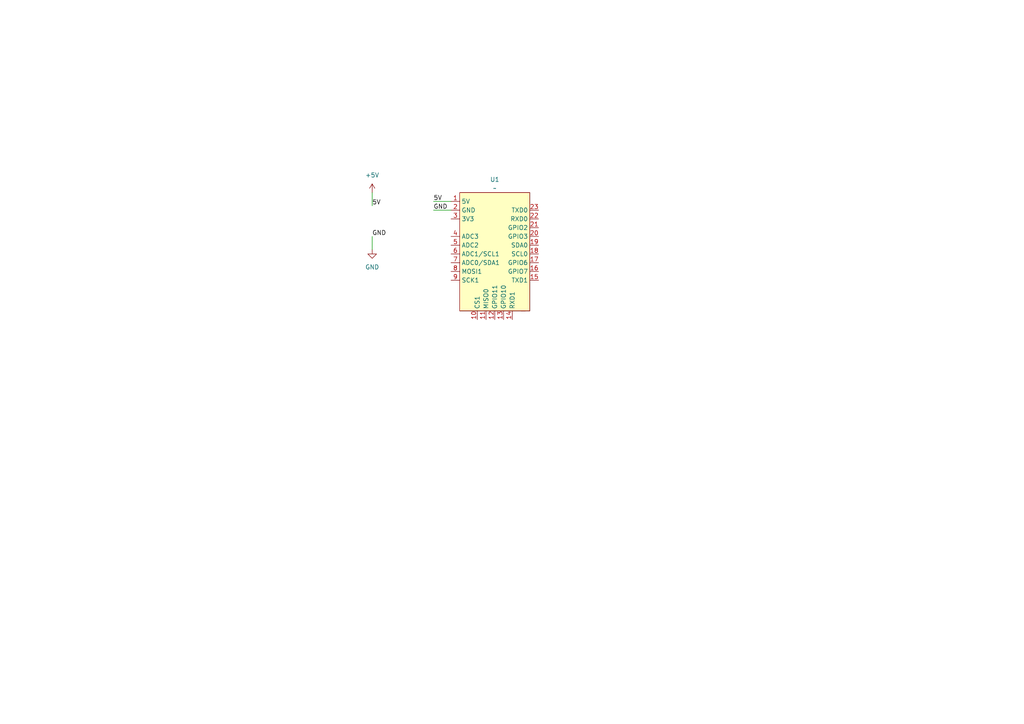
<source format=kicad_sch>
(kicad_sch (version 20231120) (generator "eeschema") (generator_version "8.0")
  (paper "A4")
  (lib_symbols
    (symbol "Alexander Symbol Library:rp2040w-zero"
      (property "Reference" "U" (at 0 0 0))
      (symbol "rp2040w-zero_0_1"
        (rectangle (start -10.16 44.45) (end 10.16 10.16) (fill (type background)))
        (polyline (pts (xy -10.16 44.45) (xy 10.16 44.45)))
        (polyline (pts (xy -10.16 44.45) (xy -10.16 10.16) (xy 8.89 10.16)))
        (polyline (pts (xy 10.16 44.45) (xy 10.16 10.16) (xy 7.62 10.16)))
      )
      (symbol "rp2040w-zero_1_1"
        (pin power_in line (at -12.7 41.91 0) (length 2.54) (name "5V") (number "1"))
        (pin input line (at -5.08 7.62 90) (length 2.54) (name "CS1") (number "10"))
        (pin input line (at -2.54 7.62 90) (length 2.54) (name "MISO0") (number "11"))
        (pin input line (at 0 7.62 90) (length 2.54) (name "GPIO11") (number "12"))
        (pin input line (at 2.54 7.62 90) (length 2.54) (name "GPIO10") (number "13"))
        (pin input line (at 5.08 7.62 90) (length 2.54) (name "RXD1") (number "14"))
        (pin input line (at 12.7 19.05 180) (length 2.54) (name "TXD1") (number "15"))
        (pin input line (at 12.7 21.59 180) (length 2.54) (name "GPIO7") (number "16"))
        (pin input line (at 12.7 24.13 180) (length 2.54) (name "GPIO6") (number "17"))
        (pin input line (at 12.7 26.67 180) (length 2.54) (name "SCL0") (number "18"))
        (pin input line (at 12.7 29.21 180) (length 2.54) (name "SDA0") (number "19"))
        (pin power_out line (at -12.7 39.37 0) (length 2.54) (name "GND") (number "2"))
        (pin input line (at 12.7 31.75 180) (length 2.54) (name "GPIO3") (number "20"))
        (pin input line (at 12.7 34.29 180) (length 2.54) (name "GPIO2") (number "21"))
        (pin input line (at 12.7 36.83 180) (length 2.54) (name "RXD0") (number "22"))
        (pin input line (at 12.7 39.37 180) (length 2.54) (name "TXD0") (number "23"))
        (pin power_in line (at -12.7 36.83 0) (length 2.54) (name "3V3") (number "3"))
        (pin input line (at -12.7 31.75 0) (length 2.54) (name "ADC3") (number "4"))
        (pin input line (at -12.7 29.21 0) (length 2.54) (name "ADC2") (number "5"))
        (pin input line (at -12.7 26.67 0) (length 2.54) (name "ADC1/SCL1") (number "6"))
        (pin input line (at -12.7 24.13 0) (length 2.54) (name "ADC0/SDA1") (number "7"))
        (pin input line (at -12.7 21.59 0) (length 2.54) (name "MOSI1") (number "8"))
        (pin input line (at -12.7 19.05 0) (length 2.54) (name "SCK1") (number "9"))
      )
    )
    (symbol "power:+5V" (power) (pin_numbers hide) (pin_names (offset 0) hide)
      (property "Value" "+5V" (at 0 3.556 0))
      (symbol "+5V_0_1"
        (polyline (pts (xy -0.762 1.27) (xy 0 2.54)))
        (polyline (pts (xy 0 0) (xy 0 2.54)))
        (polyline (pts (xy 0 2.54) (xy 0.762 1.27)))
      )
      (symbol "+5V_1_1"
        (pin power_in line (at 0 0 90) (length 0) (name "~") (number "1"))
      )
    )
    (symbol "power:GND" (power) (pin_numbers hide) (pin_names (offset 0) hide)
      (property "Value" "GND" (at 0 -3.81 0))
      (symbol "GND_0_1"
        (polyline (pts (xy 0 0) (xy 0 -1.27) (xy 1.27 -1.27) (xy 0 -2.54) (xy -1.27 -1.27) (xy 0 -1.27)))
      )
      (symbol "GND_1_1"
        (pin power_in line (at 0 0 270) (length 0) (name "~") (number "1"))
      )
    )
  )
  (wire (pts (xy 107.95 68.58) (xy 107.95 72.39)))
  (wire (pts (xy 125.73 60.96) (xy 130.81 60.96)))
  (wire (pts (xy 107.95 55.88) (xy 107.95 59.69)))
  (wire (pts (xy 125.73 58.42) (xy 130.81 58.42)))
  (label "5V" (at 107.95 59.69 0))
  (label "GND" (at 125.73 60.96 0))
  (label "GND" (at 107.95 68.58 0))
  (label "5V" (at 125.73 58.42 0))
  (symbol (lib_id "Alexander Symbol Library:rp2040w-zero") (at 143.51 100.33 0) (unit 1)
    (property "Reference" "U1" (at 143.51 52.07 0))
    (property "Value" "~" (at 143.51 54.61 0))
    (property "Footprint" "Alexander Footprint Library:RP2040-Zero" (effects (hide yes)))
  )
  (symbol (lib_id "power:+5V") (at 107.95 55.88 0) (unit 1)
    (property "Reference" "#PWR02" (effects (hide yes)))
    (property "Value" "+5V" (at 107.95 50.8 0))
    (property "Description" "Power symbol creates a global label with name \"+5V\"" (effects (hide yes)))
  )
  (symbol (lib_id "power:GND") (at 107.95 72.39 0) (unit 1)
    (property "Reference" "#PWR01" (effects (hide yes)))
    (property "Value" "GND" (at 107.95 77.47 0))
    (property "Description" "Power symbol creates a global label with name \"GND\" , ground" (effects (hide yes)))
  )
)
</source>
